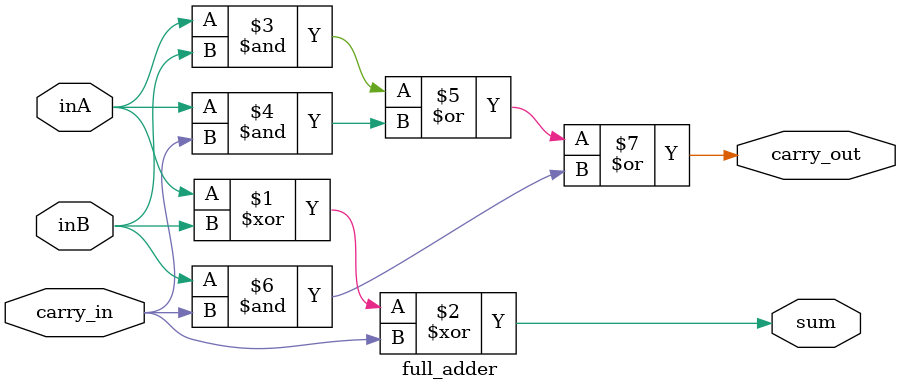
<source format=v>
module parallel_adder (
  input [n-1:0] A, B,
  output [n-1:0] sum,
  output carry_out
);

  parameter integer n = 4; // Bit width (can be changed)

  wire [n-1:0] carry;

  // Generate full adders for each bit position
  genvar i;
  generate
    for (i = 0; i < n; i = i + 1) begin
      full_adder adder (sum[i], carry[i], A[i], B[i], carry[i-1]);
    end
  endgenerate

  // Assign final carry output
  assign carry_out = carry[n-1];

endmodule

module full_adder (
  output sum, carry_out,
  input inA, inB, carry_in
);

  assign sum = inA ^ inB ^ carry_in;
  assign carry_out = (inA & inB) | (inA & carry_in) | (inB & carry_in);

endmodule

</source>
